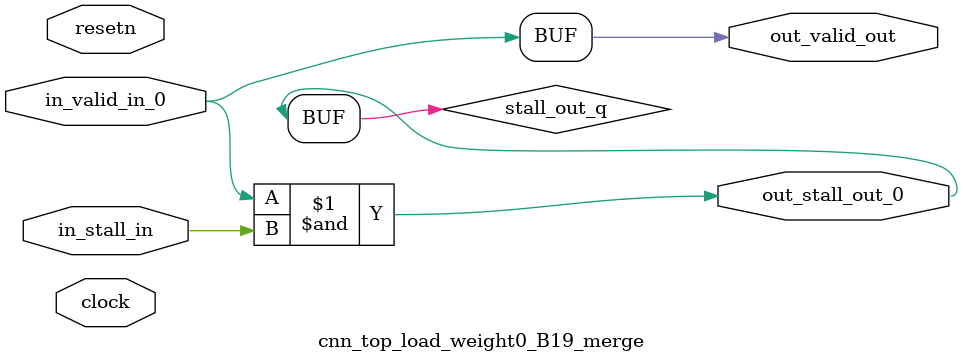
<source format=sv>



(* altera_attribute = "-name AUTO_SHIFT_REGISTER_RECOGNITION OFF; -name MESSAGE_DISABLE 10036; -name MESSAGE_DISABLE 10037; -name MESSAGE_DISABLE 14130; -name MESSAGE_DISABLE 14320; -name MESSAGE_DISABLE 15400; -name MESSAGE_DISABLE 14130; -name MESSAGE_DISABLE 10036; -name MESSAGE_DISABLE 12020; -name MESSAGE_DISABLE 12030; -name MESSAGE_DISABLE 12010; -name MESSAGE_DISABLE 12110; -name MESSAGE_DISABLE 14320; -name MESSAGE_DISABLE 13410; -name MESSAGE_DISABLE 113007; -name MESSAGE_DISABLE 10958" *)
module cnn_top_load_weight0_B19_merge (
    input wire [0:0] in_stall_in,
    input wire [0:0] in_valid_in_0,
    output wire [0:0] out_stall_out_0,
    output wire [0:0] out_valid_out,
    input wire clock,
    input wire resetn
    );

    wire [0:0] stall_out_q;


    // stall_out(LOGICAL,6)
    assign stall_out_q = in_valid_in_0 & in_stall_in;

    // out_stall_out_0(GPOUT,4)
    assign out_stall_out_0 = stall_out_q;

    // out_valid_out(GPOUT,5)
    assign out_valid_out = in_valid_in_0;

endmodule

</source>
